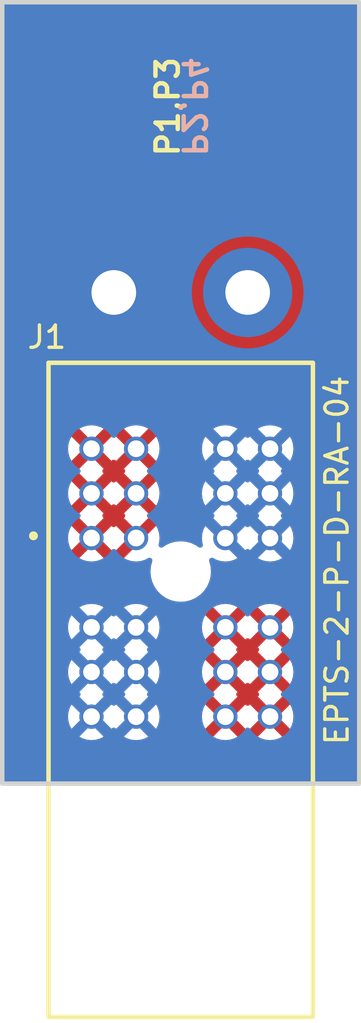
<source format=kicad_pcb>
(kicad_pcb (version 20221018) (generator pcbnew)
  (layers (0 "F.Cu" signal) (31 "B.Cu" signal) (34 "B.Paste" user) (35 "F.Paste" user) (36 "B.SilkS" user "B.Silkscreen") (37 "F.SilkS" user "F.Silkscreen") (38 "B.Mask" user) (39 "F.Mask" user) (44 "Edge.Cuts" user))
  (net 0 "")
  (net 1 "+48V")
  (net 2 "GND")
  (footprint "andrew:SAMTEC_EPTS-2-P-D-RA-04" (layer "F.Cu") (at 152 75.5)
    (fp_text reference "J1" (at -6 -10.5) (layer "F.SilkS"))
    (fp_text value "EPTS-2-P-D-RA-04" (at 7 -0.5 90) (layer "F.SilkS"))
    (fp_line (start -5.925 -9.35) (end -5.925 9.5) (stroke (width 0.2)) (layer "F.SilkS"))
    (fp_line (start -5.925 9.5) (end -5.925 19.95) (stroke (width 0.2)) (layer "F.SilkS"))
    (fp_line (start -5.925 9.5) (end 5.925 9.5) (stroke (width 0.2)) (layer "F.SilkS"))
    (fp_line (start -5.925 19.95) (end 5.925 19.95) (stroke (width 0.2)) (layer "F.SilkS"))
    (fp_line (start 5.925 -9.35) (end -5.925 -9.35) (stroke (width 0.2)) (layer "F.SilkS"))
    (fp_line (start 5.925 9.5) (end 5.925 -9.35) (stroke (width 0.2)) (layer "F.SilkS"))
    (fp_line (start 5.925 19.95) (end 5.925 9.5) (stroke (width 0.2)) (layer "F.SilkS"))
    (fp_circle (center -6.6 -1.6) (end -6.5 -1.6) (stroke (width 0.2)) (fill none) (layer "F.SilkS"))
    (pad "" np_thru_hole circle (at 0 0) (size 2.2 2.2) (drill 2.2) (layers "*.Cu" "*.Mask"))
    (pad "P1_1" thru_hole circle (at -4 -1.5) (size 1.09 1.09) (drill 0.75) (layers "*.Cu" "*.Mask") (net 2 "GND"))
    (pad "P1_2" thru_hole circle (at -4 -3.5) (size 1.09 1.09) (drill 0.75) (layers "*.Cu" "*.Mask") (net 2 "GND"))
    (pad "P1_3" thru_hole circle (at -4 -5.5) (size 1.09 1.09) (drill 0.75) (layers "*.Cu" "*.Mask") (net 2 "GND"))
    (pad "P1_4" thru_hole circle (at -2 -5.5) (size 1.09 1.09) (drill 0.75) (layers "*.Cu" "*.Mask") (net 2 "GND"))
    (pad "P1_5" thru_hole circle (at -2 -3.5) (size 1.09 1.09) (drill 0.75) (layers "*.Cu" "*.Mask") (net 2 "GND"))
    (pad "P1_6" thru_hole circle (at -2 -1.5) (size 1.09 1.09) (drill 0.75) (layers "*.Cu" "*.Mask") (net 2 "GND"))
    (pad "P2_1" thru_hole circle (at 2 -1.5) (size 1.09 1.09) (drill 0.75) (layers "*.Cu" "*.Mask") (net 1 "+48V"))
    (pad "P2_2" thru_hole circle (at 2 -3.5) (size 1.09 1.09) (drill 0.75) (layers "*.Cu" "*.Mask") (net 1 "+48V"))
    (pad "P2_3" thru_hole circle (at 2 -5.5) (size 1.09 1.09) (drill 0.75) (layers "*.Cu" "*.Mask") (net 1 "+48V"))
    (pad "P2_4" thru_hole circle (at 4 -5.5) (size 1.09 1.09) (drill 0.75) (layers "*.Cu" "*.Mask") (net 1 "+48V"))
    (pad "P2_5" thru_hole circle (at 4 -3.5) (size 1.09 1.09) (drill 0.75) (layers "*.Cu" "*.Mask") (net 1 "+48V"))
    (pad "P2_6" thru_hole circle (at 4 -1.5) (size 1.09 1.09) (drill 0.75) (layers "*.Cu" "*.Mask") (net 1 "+48V"))
    (pad "P3_1" thru_hole circle (at 2 6.5) (size 1.09 1.09) (drill 0.75) (layers "*.Cu" "*.Mask") (net 2 "GND"))
    (pad "P3_2" thru_hole circle (at 2 4.5) (size 1.09 1.09) (drill 0.75) (layers "*.Cu" "*.Mask") (net 2 "GND"))
    (pad "P3_3" thru_hole circle (at 2 2.5) (size 1.09 1.09) (drill 0.75) (layers "*.Cu" "*.Mask") (net 2 "GND"))
    (pad "P3_4" thru_hole circle (at 4 2.5) (size 1.09 1.09) (drill 0.75) (layers "*.Cu" "*.Mask") (net 2 "GND"))
    (pad "P3_5" thru_hole circle (at 4 4.5) (size 1.09 1.09) (drill 0.75) (layers "*.Cu" "*.Mask") (net 2 "GND"))
    (pad "P3_6" thru_hole circle (at 4 6.5) (size 1.09 1.09) (drill 0.75) (layers "*.Cu" "*.Mask") (net 2 "GND"))
    (pad "P4_1" thru_hole circle (at -4 6.5) (size 1.09 1.09) (drill 0.75) (layers "*.Cu" "*.Mask") (net 1 "+48V"))
    (pad "P4_2" thru_hole circle (at -4 4.5) (size 1.09 1.09) (drill 0.75) (layers "*.Cu" "*.Mask") (net 1 "+48V"))
    (pad "P4_3" thru_hole circle (at -4 2.5) (size 1.09 1.09) (drill 0.75) (layers "*.Cu" "*.Mask") (net 1 "+48V"))
    (pad "P4_4" thru_hole circle (at -2 2.5) (size 1.09 1.09) (drill 0.75) (layers "*.Cu" "*.Mask") (net 1 "+48V"))
    (pad "P4_5" thru_hole circle (at -2 4.5) (size 1.09 1.09) (drill 0.75) (layers "*.Cu" "*.Mask") (net 1 "+48V"))
    (pad "P4_6" thru_hole circle (at -2 6.5) (size 1.09 1.09) (drill 0.75) (layers "*.Cu" "*.Mask") (net 1 "+48V"))
  )
  (gr_rect (start 144 50) (end 160 85) (stroke (width 0.2)) (fill none) (layer "Edge.Cuts"))
  (gr_text "P2,P4" (at 152 57 -90) (layer "B.SilkS") (effects (font (size 1 1) (thickness 0.2) bold) (justify left bottom mirror)))
  (gr_text "P1,P3" (at 152 57 90) (layer "F.SilkS") (effects (font (size 1 1) (thickness 0.2) bold) (justify left bottom)))
  (via (at 149 63) (size 4) (drill 2) (layers "F.Cu" "B.Cu") (net 1))
  (via (at 155 63) (size 4) (drill 2) (layers "F.Cu" "B.Cu") (net 2))
  (zone (net 2) (net_name "GND") (layer "F.Cu") (connect_pads (clearance 0.5)) (min_thickness 0.25) (fill yes (thermal_gap 0.5) (thermal_bridge_width 0.5))
    (polygon (pts (xy 144 50) (xy 160 50) (xy 160 85) (xy 144 85)))
  )
  (zone (net 1) (net_name "+48V") (layer "B.Cu") (priority 1) (connect_pads (clearance 0.5)) (min_thickness 0.25) (fill yes (thermal_gap 0.5) (thermal_bridge_width 0.5))
    (polygon (pts (xy 144 50) (xy 160 50) (xy 160 85) (xy 144 85)))
  )
)
</source>
